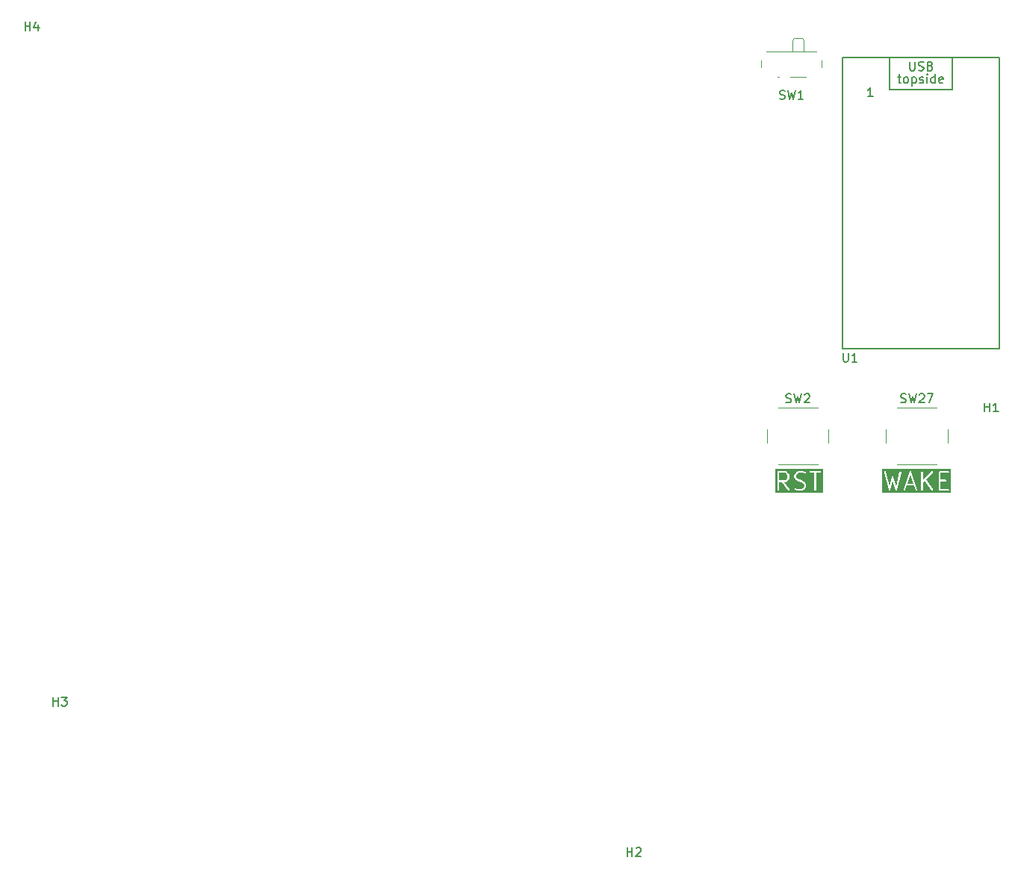
<source format=gbr>
%TF.GenerationSoftware,KiCad,Pcbnew,8.0.8*%
%TF.CreationDate,2025-02-12T11:53:10+01:00*%
%TF.ProjectId,PCB_g,5043425f-672e-46b6-9963-61645f706362,rev?*%
%TF.SameCoordinates,Original*%
%TF.FileFunction,Legend,Top*%
%TF.FilePolarity,Positive*%
%FSLAX46Y46*%
G04 Gerber Fmt 4.6, Leading zero omitted, Abs format (unit mm)*
G04 Created by KiCad (PCBNEW 8.0.8) date 2025-02-12 11:53:10*
%MOMM*%
%LPD*%
G01*
G04 APERTURE LIST*
%ADD10C,0.200000*%
%ADD11C,0.150000*%
%ADD12C,0.120000*%
G04 APERTURE END LIST*
D10*
G36*
X207481320Y-90462609D02*
G01*
X206806424Y-90462609D01*
X207143872Y-89450265D01*
X207481320Y-90462609D01*
G37*
G36*
X211749888Y-91456260D02*
G01*
X203964577Y-91456260D01*
X203964577Y-89137777D01*
X204186799Y-89137777D01*
X204189449Y-89157200D01*
X204665639Y-91157200D01*
X204667945Y-91163893D01*
X204668265Y-91166295D01*
X204669522Y-91168466D01*
X204672027Y-91175734D01*
X204680540Y-91187498D01*
X204687815Y-91200063D01*
X204691892Y-91203183D01*
X204694902Y-91207343D01*
X204707264Y-91214950D01*
X204718798Y-91223779D01*
X204723761Y-91225102D01*
X204728132Y-91227792D01*
X204742466Y-91230090D01*
X204756499Y-91233832D01*
X204761587Y-91233155D01*
X204766659Y-91233969D01*
X204780787Y-91230604D01*
X204795177Y-91228693D01*
X204799620Y-91226120D01*
X204804616Y-91224931D01*
X204816380Y-91216417D01*
X204828945Y-91209143D01*
X204832065Y-91205065D01*
X204836225Y-91202056D01*
X204843832Y-91189693D01*
X204852661Y-91178160D01*
X204855359Y-91170961D01*
X204856674Y-91168826D01*
X204857057Y-91166432D01*
X204859543Y-91159804D01*
X205143872Y-90093571D01*
X205428201Y-91159804D01*
X205430687Y-91166435D01*
X205431071Y-91168826D01*
X205432384Y-91170960D01*
X205435084Y-91178159D01*
X205443910Y-91189690D01*
X205451520Y-91202056D01*
X205455679Y-91205066D01*
X205458800Y-91209143D01*
X205471362Y-91216415D01*
X205483129Y-91224931D01*
X205488127Y-91226121D01*
X205492568Y-91228692D01*
X205506951Y-91230603D01*
X205521086Y-91233969D01*
X205526157Y-91233155D01*
X205531246Y-91233832D01*
X205545273Y-91230090D01*
X205559613Y-91227792D01*
X205563986Y-91225100D01*
X205568946Y-91223778D01*
X205580470Y-91214956D01*
X205592843Y-91207343D01*
X205595854Y-91203181D01*
X205599930Y-91200062D01*
X205607200Y-91187503D01*
X205615718Y-91175734D01*
X205618224Y-91168462D01*
X205619479Y-91166295D01*
X205619797Y-91163897D01*
X205622106Y-91157200D01*
X205630599Y-91121531D01*
X206377991Y-91121531D01*
X206380757Y-91160451D01*
X206398207Y-91195350D01*
X206427683Y-91220915D01*
X206464699Y-91233253D01*
X206503619Y-91230487D01*
X206538518Y-91213037D01*
X206564083Y-91183561D01*
X206572074Y-91165661D01*
X206739758Y-90662609D01*
X207547987Y-90662609D01*
X207715671Y-91165661D01*
X207723662Y-91183561D01*
X207749227Y-91213037D01*
X207784126Y-91230487D01*
X207823046Y-91233253D01*
X207860062Y-91220914D01*
X207889538Y-91195349D01*
X207906988Y-91160450D01*
X207909754Y-91121530D01*
X207905407Y-91102415D01*
X207249281Y-89134038D01*
X208377206Y-89134038D01*
X208377206Y-91134038D01*
X208379127Y-91153547D01*
X208394059Y-91189595D01*
X208421649Y-91217185D01*
X208457697Y-91232117D01*
X208496715Y-91232117D01*
X208532763Y-91217185D01*
X208560353Y-91189595D01*
X208575285Y-91153547D01*
X208577206Y-91134038D01*
X208577206Y-90318317D01*
X208752101Y-90143421D01*
X209540063Y-91194038D01*
X209553305Y-91208492D01*
X209586879Y-91228372D01*
X209625505Y-91233890D01*
X209663303Y-91224206D01*
X209694517Y-91200796D01*
X209714397Y-91167221D01*
X209719915Y-91128595D01*
X209710231Y-91090798D01*
X209700063Y-91074038D01*
X208894958Y-90000564D01*
X209690774Y-89204749D01*
X209703210Y-89189595D01*
X209718142Y-89153547D01*
X209718142Y-89134038D01*
X210377206Y-89134038D01*
X210377206Y-91134038D01*
X210379127Y-91153547D01*
X210394059Y-91189595D01*
X210421649Y-91217185D01*
X210457697Y-91232117D01*
X210477206Y-91234038D01*
X211429587Y-91234038D01*
X211449096Y-91232117D01*
X211485144Y-91217185D01*
X211512734Y-91189595D01*
X211527666Y-91153547D01*
X211527666Y-91114529D01*
X211512734Y-91078481D01*
X211485144Y-91050891D01*
X211449096Y-91035959D01*
X211429587Y-91034038D01*
X210577206Y-91034038D01*
X210577206Y-90186419D01*
X211143873Y-90186419D01*
X211163382Y-90184498D01*
X211199430Y-90169566D01*
X211227020Y-90141976D01*
X211241952Y-90105928D01*
X211241952Y-90066910D01*
X211227020Y-90030862D01*
X211199430Y-90003272D01*
X211163382Y-89988340D01*
X211143873Y-89986419D01*
X210577206Y-89986419D01*
X210577206Y-89234038D01*
X211429587Y-89234038D01*
X211449096Y-89232117D01*
X211485144Y-89217185D01*
X211512734Y-89189595D01*
X211527666Y-89153547D01*
X211527666Y-89114529D01*
X211512734Y-89078481D01*
X211485144Y-89050891D01*
X211449096Y-89035959D01*
X211429587Y-89034038D01*
X210477206Y-89034038D01*
X210457697Y-89035959D01*
X210421649Y-89050891D01*
X210394059Y-89078481D01*
X210379127Y-89114529D01*
X210377206Y-89134038D01*
X209718142Y-89134038D01*
X209718142Y-89114529D01*
X209703210Y-89078481D01*
X209675620Y-89050891D01*
X209639572Y-89035959D01*
X209600554Y-89035959D01*
X209564506Y-89050891D01*
X209549352Y-89063327D01*
X208577206Y-90035473D01*
X208577206Y-89134038D01*
X208575285Y-89114529D01*
X208560353Y-89078481D01*
X208532763Y-89050891D01*
X208496715Y-89035959D01*
X208457697Y-89035959D01*
X208421649Y-89050891D01*
X208394059Y-89078481D01*
X208379127Y-89114529D01*
X208377206Y-89134038D01*
X207249281Y-89134038D01*
X207238740Y-89102415D01*
X207230749Y-89084515D01*
X207226065Y-89079115D01*
X207222871Y-89072726D01*
X207213396Y-89064508D01*
X207205183Y-89055039D01*
X207198795Y-89051845D01*
X207193395Y-89047161D01*
X207181496Y-89043195D01*
X207170285Y-89037589D01*
X207163157Y-89037082D01*
X207156379Y-89034823D01*
X207143872Y-89035711D01*
X207131365Y-89034823D01*
X207124586Y-89037082D01*
X207117459Y-89037589D01*
X207106247Y-89043195D01*
X207094349Y-89047161D01*
X207088948Y-89051844D01*
X207082561Y-89055039D01*
X207074345Y-89064511D01*
X207064873Y-89072727D01*
X207061678Y-89079114D01*
X207056995Y-89084515D01*
X207049004Y-89102415D01*
X206382338Y-91102415D01*
X206377991Y-91121531D01*
X205630599Y-91121531D01*
X206098297Y-89157200D01*
X206100947Y-89137777D01*
X206094770Y-89099250D01*
X206074321Y-89066020D01*
X206042712Y-89043145D01*
X206004755Y-89034107D01*
X205966228Y-89040284D01*
X205932998Y-89060733D01*
X205910123Y-89092342D01*
X205903735Y-89110876D01*
X205519336Y-90725349D01*
X205240497Y-89679700D01*
X205238783Y-89675129D01*
X205238528Y-89673208D01*
X205237207Y-89670926D01*
X205233614Y-89661344D01*
X205225589Y-89650861D01*
X205218978Y-89639441D01*
X205213834Y-89635504D01*
X205209898Y-89630361D01*
X205198480Y-89623751D01*
X205187995Y-89615725D01*
X205181730Y-89614054D01*
X205176130Y-89610812D01*
X205163057Y-89609074D01*
X205150294Y-89605671D01*
X205143869Y-89606524D01*
X205137452Y-89605672D01*
X205124700Y-89609072D01*
X205111616Y-89610811D01*
X205106012Y-89614055D01*
X205099751Y-89615725D01*
X205089265Y-89623751D01*
X205077849Y-89630361D01*
X205073913Y-89635502D01*
X205068768Y-89639441D01*
X205062155Y-89650863D01*
X205054133Y-89661344D01*
X205050538Y-89670930D01*
X205049219Y-89673209D01*
X205048963Y-89675128D01*
X205047250Y-89679699D01*
X204768409Y-90725350D01*
X204384011Y-89110876D01*
X204377623Y-89092342D01*
X204354748Y-89060733D01*
X204321518Y-89040284D01*
X204282991Y-89034107D01*
X204245034Y-89043145D01*
X204213425Y-89066020D01*
X204192976Y-89099250D01*
X204186799Y-89137777D01*
X203964577Y-89137777D01*
X203964577Y-88811816D01*
X211749888Y-88811816D01*
X211749888Y-91456260D01*
G37*
G36*
X193067926Y-89311461D02*
G01*
X193140215Y-89383750D01*
X193217639Y-89538597D01*
X193217639Y-89777096D01*
X193140215Y-89931943D01*
X193067927Y-90004233D01*
X192913080Y-90081657D01*
X192274782Y-90081657D01*
X192274782Y-89234038D01*
X192913080Y-89234038D01*
X193067926Y-89311461D01*
G37*
G36*
X197256988Y-91456260D02*
G01*
X191852560Y-91456260D01*
X191852560Y-89134038D01*
X192074782Y-89134038D01*
X192074782Y-91134038D01*
X192076703Y-91153547D01*
X192091635Y-91189595D01*
X192119225Y-91217185D01*
X192155273Y-91232117D01*
X192194291Y-91232117D01*
X192230339Y-91217185D01*
X192257929Y-91189595D01*
X192272861Y-91153547D01*
X192274782Y-91134038D01*
X192274782Y-90281657D01*
X192598907Y-90281657D01*
X193235716Y-91191384D01*
X193248477Y-91206265D01*
X193281382Y-91227233D01*
X193319806Y-91234014D01*
X193357901Y-91225575D01*
X193389866Y-91203199D01*
X193410835Y-91170295D01*
X193417615Y-91131870D01*
X193409176Y-91093775D01*
X193399562Y-91076691D01*
X192843037Y-90281657D01*
X192936687Y-90281657D01*
X192956196Y-90279736D01*
X192959516Y-90278360D01*
X192963100Y-90278106D01*
X192981408Y-90271100D01*
X193171885Y-90175862D01*
X193180282Y-90170576D01*
X193182721Y-90169566D01*
X193185465Y-90167313D01*
X193188475Y-90165419D01*
X193190207Y-90163421D01*
X193197874Y-90157129D01*
X193293112Y-90061890D01*
X193299404Y-90054223D01*
X193301401Y-90052492D01*
X193303294Y-90049484D01*
X193305549Y-90046737D01*
X193306560Y-90044295D01*
X193311844Y-90035901D01*
X193407082Y-89845425D01*
X193414088Y-89827117D01*
X193414342Y-89823533D01*
X193415718Y-89820213D01*
X193417639Y-89800704D01*
X193417639Y-89514990D01*
X193979544Y-89514990D01*
X193979544Y-89705466D01*
X193981465Y-89724975D01*
X193982840Y-89728295D01*
X193983095Y-89731879D01*
X193990101Y-89750187D01*
X194085339Y-89940664D01*
X194090625Y-89949062D01*
X194091635Y-89951499D01*
X194093886Y-89954242D01*
X194095782Y-89957254D01*
X194097779Y-89958986D01*
X194104071Y-89966653D01*
X194199309Y-90061891D01*
X194206975Y-90068182D01*
X194208708Y-90070180D01*
X194211719Y-90072075D01*
X194214463Y-90074327D01*
X194216899Y-90075336D01*
X194225298Y-90080623D01*
X194415774Y-90175861D01*
X194417199Y-90176406D01*
X194417782Y-90176838D01*
X194425975Y-90179765D01*
X194434083Y-90182868D01*
X194434803Y-90182919D01*
X194436242Y-90183433D01*
X194806545Y-90276008D01*
X194972688Y-90359080D01*
X195044977Y-90431369D01*
X195122401Y-90586216D01*
X195122401Y-90729477D01*
X195044977Y-90884324D01*
X194972689Y-90956614D01*
X194817842Y-91034038D01*
X194381485Y-91034038D01*
X194111167Y-90943932D01*
X194092051Y-90939585D01*
X194053131Y-90942351D01*
X194018232Y-90959801D01*
X193992667Y-90989277D01*
X193980329Y-91026293D01*
X193983095Y-91065213D01*
X194000545Y-91100112D01*
X194030021Y-91125677D01*
X194047921Y-91133668D01*
X194333635Y-91228906D01*
X194343306Y-91231105D01*
X194345749Y-91232117D01*
X194349287Y-91232465D01*
X194352751Y-91233253D01*
X194355384Y-91233065D01*
X194365258Y-91234038D01*
X194841449Y-91234038D01*
X194860958Y-91232117D01*
X194864278Y-91230741D01*
X194867862Y-91230487D01*
X194886170Y-91223481D01*
X195076647Y-91128243D01*
X195085044Y-91122957D01*
X195087483Y-91121947D01*
X195090227Y-91119694D01*
X195093237Y-91117800D01*
X195094969Y-91115802D01*
X195102636Y-91109510D01*
X195197874Y-91014271D01*
X195204166Y-91006604D01*
X195206163Y-91004873D01*
X195208056Y-91001865D01*
X195210311Y-90999118D01*
X195211322Y-90996676D01*
X195216606Y-90988282D01*
X195311844Y-90797806D01*
X195318850Y-90779498D01*
X195319104Y-90775914D01*
X195320480Y-90772594D01*
X195322401Y-90753085D01*
X195322401Y-90562609D01*
X195320480Y-90543100D01*
X195319104Y-90539779D01*
X195318850Y-90536196D01*
X195311844Y-90517888D01*
X195216606Y-90327412D01*
X195211319Y-90319013D01*
X195210310Y-90316576D01*
X195208058Y-90313832D01*
X195206163Y-90310821D01*
X195204165Y-90309088D01*
X195197874Y-90301422D01*
X195102636Y-90206184D01*
X195094969Y-90199892D01*
X195093237Y-90197895D01*
X195090225Y-90195999D01*
X195087482Y-90193748D01*
X195085045Y-90192738D01*
X195076647Y-90187452D01*
X194886170Y-90092214D01*
X194884743Y-90091668D01*
X194884163Y-90091238D01*
X194875986Y-90088316D01*
X194867862Y-90085208D01*
X194867139Y-90085156D01*
X194865702Y-90084643D01*
X194495402Y-89992068D01*
X194329256Y-89908994D01*
X194256967Y-89836705D01*
X194179544Y-89681859D01*
X194179544Y-89538597D01*
X194256967Y-89383751D01*
X194329256Y-89311461D01*
X194484104Y-89234038D01*
X194920460Y-89234038D01*
X195190778Y-89324144D01*
X195209894Y-89328491D01*
X195248814Y-89325725D01*
X195283713Y-89308275D01*
X195309278Y-89278799D01*
X195321616Y-89241783D01*
X195318850Y-89202863D01*
X195301400Y-89167964D01*
X195271924Y-89142399D01*
X195254024Y-89134408D01*
X195194387Y-89114529D01*
X195695751Y-89114529D01*
X195695751Y-89153547D01*
X195710683Y-89189595D01*
X195738273Y-89217185D01*
X195774321Y-89232117D01*
X195793830Y-89234038D01*
X196265258Y-89234038D01*
X196265258Y-91134038D01*
X196267179Y-91153547D01*
X196282111Y-91189595D01*
X196309701Y-91217185D01*
X196345749Y-91232117D01*
X196384767Y-91232117D01*
X196420815Y-91217185D01*
X196448405Y-91189595D01*
X196463337Y-91153547D01*
X196465258Y-91134038D01*
X196465258Y-89234038D01*
X196936687Y-89234038D01*
X196956196Y-89232117D01*
X196992244Y-89217185D01*
X197019834Y-89189595D01*
X197034766Y-89153547D01*
X197034766Y-89114529D01*
X197019834Y-89078481D01*
X196992244Y-89050891D01*
X196956196Y-89035959D01*
X196936687Y-89034038D01*
X195793830Y-89034038D01*
X195774321Y-89035959D01*
X195738273Y-89050891D01*
X195710683Y-89078481D01*
X195695751Y-89114529D01*
X195194387Y-89114529D01*
X194968310Y-89039170D01*
X194958638Y-89036970D01*
X194956196Y-89035959D01*
X194952657Y-89035610D01*
X194949194Y-89034823D01*
X194946560Y-89035010D01*
X194936687Y-89034038D01*
X194460496Y-89034038D01*
X194440987Y-89035959D01*
X194437666Y-89037334D01*
X194434083Y-89037589D01*
X194415775Y-89044595D01*
X194225299Y-89139833D01*
X194216900Y-89145119D01*
X194214463Y-89146129D01*
X194211719Y-89148380D01*
X194208708Y-89150276D01*
X194206975Y-89152273D01*
X194199309Y-89158565D01*
X194104071Y-89253803D01*
X194097779Y-89261469D01*
X194095782Y-89263202D01*
X194093886Y-89266213D01*
X194091635Y-89268957D01*
X194090625Y-89271393D01*
X194085339Y-89279792D01*
X193990101Y-89470269D01*
X193983095Y-89488577D01*
X193982840Y-89492160D01*
X193981465Y-89495481D01*
X193979544Y-89514990D01*
X193417639Y-89514990D01*
X193415718Y-89495481D01*
X193414342Y-89492160D01*
X193414088Y-89488577D01*
X193407082Y-89470269D01*
X193311844Y-89279793D01*
X193306557Y-89271394D01*
X193305548Y-89268957D01*
X193303296Y-89266213D01*
X193301401Y-89263202D01*
X193299403Y-89261469D01*
X193293112Y-89253803D01*
X193197874Y-89158565D01*
X193190207Y-89152273D01*
X193188475Y-89150276D01*
X193185463Y-89148380D01*
X193182720Y-89146129D01*
X193180283Y-89145119D01*
X193171885Y-89139833D01*
X192981408Y-89044595D01*
X192963100Y-89037589D01*
X192959516Y-89037334D01*
X192956196Y-89035959D01*
X192936687Y-89034038D01*
X192174782Y-89034038D01*
X192155273Y-89035959D01*
X192119225Y-89050891D01*
X192091635Y-89078481D01*
X192076703Y-89114529D01*
X192074782Y-89134038D01*
X191852560Y-89134038D01*
X191852560Y-88811816D01*
X197256988Y-88811816D01*
X197256988Y-91456260D01*
G37*
D11*
X199527579Y-75638819D02*
X199527579Y-76448342D01*
X199527579Y-76448342D02*
X199575198Y-76543580D01*
X199575198Y-76543580D02*
X199622817Y-76591200D01*
X199622817Y-76591200D02*
X199718055Y-76638819D01*
X199718055Y-76638819D02*
X199908531Y-76638819D01*
X199908531Y-76638819D02*
X200003769Y-76591200D01*
X200003769Y-76591200D02*
X200051388Y-76543580D01*
X200051388Y-76543580D02*
X200099007Y-76448342D01*
X200099007Y-76448342D02*
X200099007Y-75638819D01*
X201099007Y-76638819D02*
X200527579Y-76638819D01*
X200813293Y-76638819D02*
X200813293Y-75638819D01*
X200813293Y-75638819D02*
X200718055Y-75781676D01*
X200718055Y-75781676D02*
X200622817Y-75876914D01*
X200622817Y-75876914D02*
X200527579Y-75924533D01*
X202901514Y-46531319D02*
X202330086Y-46531319D01*
X202615800Y-46531319D02*
X202615800Y-45531319D01*
X202615800Y-45531319D02*
X202520562Y-45674176D01*
X202520562Y-45674176D02*
X202425324Y-45769414D01*
X202425324Y-45769414D02*
X202330086Y-45817033D01*
X205711752Y-44347152D02*
X206092704Y-44347152D01*
X205854609Y-44013819D02*
X205854609Y-44870961D01*
X205854609Y-44870961D02*
X205902228Y-44966200D01*
X205902228Y-44966200D02*
X205997466Y-45013819D01*
X205997466Y-45013819D02*
X206092704Y-45013819D01*
X206568895Y-45013819D02*
X206473657Y-44966200D01*
X206473657Y-44966200D02*
X206426038Y-44918580D01*
X206426038Y-44918580D02*
X206378419Y-44823342D01*
X206378419Y-44823342D02*
X206378419Y-44537628D01*
X206378419Y-44537628D02*
X206426038Y-44442390D01*
X206426038Y-44442390D02*
X206473657Y-44394771D01*
X206473657Y-44394771D02*
X206568895Y-44347152D01*
X206568895Y-44347152D02*
X206711752Y-44347152D01*
X206711752Y-44347152D02*
X206806990Y-44394771D01*
X206806990Y-44394771D02*
X206854609Y-44442390D01*
X206854609Y-44442390D02*
X206902228Y-44537628D01*
X206902228Y-44537628D02*
X206902228Y-44823342D01*
X206902228Y-44823342D02*
X206854609Y-44918580D01*
X206854609Y-44918580D02*
X206806990Y-44966200D01*
X206806990Y-44966200D02*
X206711752Y-45013819D01*
X206711752Y-45013819D02*
X206568895Y-45013819D01*
X207330800Y-44347152D02*
X207330800Y-45347152D01*
X207330800Y-44394771D02*
X207426038Y-44347152D01*
X207426038Y-44347152D02*
X207616514Y-44347152D01*
X207616514Y-44347152D02*
X207711752Y-44394771D01*
X207711752Y-44394771D02*
X207759371Y-44442390D01*
X207759371Y-44442390D02*
X207806990Y-44537628D01*
X207806990Y-44537628D02*
X207806990Y-44823342D01*
X207806990Y-44823342D02*
X207759371Y-44918580D01*
X207759371Y-44918580D02*
X207711752Y-44966200D01*
X207711752Y-44966200D02*
X207616514Y-45013819D01*
X207616514Y-45013819D02*
X207426038Y-45013819D01*
X207426038Y-45013819D02*
X207330800Y-44966200D01*
X208187943Y-44966200D02*
X208283181Y-45013819D01*
X208283181Y-45013819D02*
X208473657Y-45013819D01*
X208473657Y-45013819D02*
X208568895Y-44966200D01*
X208568895Y-44966200D02*
X208616514Y-44870961D01*
X208616514Y-44870961D02*
X208616514Y-44823342D01*
X208616514Y-44823342D02*
X208568895Y-44728104D01*
X208568895Y-44728104D02*
X208473657Y-44680485D01*
X208473657Y-44680485D02*
X208330800Y-44680485D01*
X208330800Y-44680485D02*
X208235562Y-44632866D01*
X208235562Y-44632866D02*
X208187943Y-44537628D01*
X208187943Y-44537628D02*
X208187943Y-44490009D01*
X208187943Y-44490009D02*
X208235562Y-44394771D01*
X208235562Y-44394771D02*
X208330800Y-44347152D01*
X208330800Y-44347152D02*
X208473657Y-44347152D01*
X208473657Y-44347152D02*
X208568895Y-44394771D01*
X209045086Y-45013819D02*
X209045086Y-44347152D01*
X209045086Y-44013819D02*
X208997467Y-44061438D01*
X208997467Y-44061438D02*
X209045086Y-44109057D01*
X209045086Y-44109057D02*
X209092705Y-44061438D01*
X209092705Y-44061438D02*
X209045086Y-44013819D01*
X209045086Y-44013819D02*
X209045086Y-44109057D01*
X209949847Y-45013819D02*
X209949847Y-44013819D01*
X209949847Y-44966200D02*
X209854609Y-45013819D01*
X209854609Y-45013819D02*
X209664133Y-45013819D01*
X209664133Y-45013819D02*
X209568895Y-44966200D01*
X209568895Y-44966200D02*
X209521276Y-44918580D01*
X209521276Y-44918580D02*
X209473657Y-44823342D01*
X209473657Y-44823342D02*
X209473657Y-44537628D01*
X209473657Y-44537628D02*
X209521276Y-44442390D01*
X209521276Y-44442390D02*
X209568895Y-44394771D01*
X209568895Y-44394771D02*
X209664133Y-44347152D01*
X209664133Y-44347152D02*
X209854609Y-44347152D01*
X209854609Y-44347152D02*
X209949847Y-44394771D01*
X210806990Y-44966200D02*
X210711752Y-45013819D01*
X210711752Y-45013819D02*
X210521276Y-45013819D01*
X210521276Y-45013819D02*
X210426038Y-44966200D01*
X210426038Y-44966200D02*
X210378419Y-44870961D01*
X210378419Y-44870961D02*
X210378419Y-44490009D01*
X210378419Y-44490009D02*
X210426038Y-44394771D01*
X210426038Y-44394771D02*
X210521276Y-44347152D01*
X210521276Y-44347152D02*
X210711752Y-44347152D01*
X210711752Y-44347152D02*
X210806990Y-44394771D01*
X210806990Y-44394771D02*
X210854609Y-44490009D01*
X210854609Y-44490009D02*
X210854609Y-44585247D01*
X210854609Y-44585247D02*
X210378419Y-44680485D01*
X207068895Y-42613819D02*
X207068895Y-43423342D01*
X207068895Y-43423342D02*
X207116514Y-43518580D01*
X207116514Y-43518580D02*
X207164133Y-43566200D01*
X207164133Y-43566200D02*
X207259371Y-43613819D01*
X207259371Y-43613819D02*
X207449847Y-43613819D01*
X207449847Y-43613819D02*
X207545085Y-43566200D01*
X207545085Y-43566200D02*
X207592704Y-43518580D01*
X207592704Y-43518580D02*
X207640323Y-43423342D01*
X207640323Y-43423342D02*
X207640323Y-42613819D01*
X208068895Y-43566200D02*
X208211752Y-43613819D01*
X208211752Y-43613819D02*
X208449847Y-43613819D01*
X208449847Y-43613819D02*
X208545085Y-43566200D01*
X208545085Y-43566200D02*
X208592704Y-43518580D01*
X208592704Y-43518580D02*
X208640323Y-43423342D01*
X208640323Y-43423342D02*
X208640323Y-43328104D01*
X208640323Y-43328104D02*
X208592704Y-43232866D01*
X208592704Y-43232866D02*
X208545085Y-43185247D01*
X208545085Y-43185247D02*
X208449847Y-43137628D01*
X208449847Y-43137628D02*
X208259371Y-43090009D01*
X208259371Y-43090009D02*
X208164133Y-43042390D01*
X208164133Y-43042390D02*
X208116514Y-42994771D01*
X208116514Y-42994771D02*
X208068895Y-42899533D01*
X208068895Y-42899533D02*
X208068895Y-42804295D01*
X208068895Y-42804295D02*
X208116514Y-42709057D01*
X208116514Y-42709057D02*
X208164133Y-42661438D01*
X208164133Y-42661438D02*
X208259371Y-42613819D01*
X208259371Y-42613819D02*
X208497466Y-42613819D01*
X208497466Y-42613819D02*
X208640323Y-42661438D01*
X209402228Y-43090009D02*
X209545085Y-43137628D01*
X209545085Y-43137628D02*
X209592704Y-43185247D01*
X209592704Y-43185247D02*
X209640323Y-43280485D01*
X209640323Y-43280485D02*
X209640323Y-43423342D01*
X209640323Y-43423342D02*
X209592704Y-43518580D01*
X209592704Y-43518580D02*
X209545085Y-43566200D01*
X209545085Y-43566200D02*
X209449847Y-43613819D01*
X209449847Y-43613819D02*
X209068895Y-43613819D01*
X209068895Y-43613819D02*
X209068895Y-42613819D01*
X209068895Y-42613819D02*
X209402228Y-42613819D01*
X209402228Y-42613819D02*
X209497466Y-42661438D01*
X209497466Y-42661438D02*
X209545085Y-42709057D01*
X209545085Y-42709057D02*
X209592704Y-42804295D01*
X209592704Y-42804295D02*
X209592704Y-42899533D01*
X209592704Y-42899533D02*
X209545085Y-42994771D01*
X209545085Y-42994771D02*
X209497466Y-43042390D01*
X209497466Y-43042390D02*
X209402228Y-43090009D01*
X209402228Y-43090009D02*
X209068895Y-43090009D01*
X206064676Y-81214200D02*
X206207533Y-81261819D01*
X206207533Y-81261819D02*
X206445628Y-81261819D01*
X206445628Y-81261819D02*
X206540866Y-81214200D01*
X206540866Y-81214200D02*
X206588485Y-81166580D01*
X206588485Y-81166580D02*
X206636104Y-81071342D01*
X206636104Y-81071342D02*
X206636104Y-80976104D01*
X206636104Y-80976104D02*
X206588485Y-80880866D01*
X206588485Y-80880866D02*
X206540866Y-80833247D01*
X206540866Y-80833247D02*
X206445628Y-80785628D01*
X206445628Y-80785628D02*
X206255152Y-80738009D01*
X206255152Y-80738009D02*
X206159914Y-80690390D01*
X206159914Y-80690390D02*
X206112295Y-80642771D01*
X206112295Y-80642771D02*
X206064676Y-80547533D01*
X206064676Y-80547533D02*
X206064676Y-80452295D01*
X206064676Y-80452295D02*
X206112295Y-80357057D01*
X206112295Y-80357057D02*
X206159914Y-80309438D01*
X206159914Y-80309438D02*
X206255152Y-80261819D01*
X206255152Y-80261819D02*
X206493247Y-80261819D01*
X206493247Y-80261819D02*
X206636104Y-80309438D01*
X206969438Y-80261819D02*
X207207533Y-81261819D01*
X207207533Y-81261819D02*
X207398009Y-80547533D01*
X207398009Y-80547533D02*
X207588485Y-81261819D01*
X207588485Y-81261819D02*
X207826581Y-80261819D01*
X208159914Y-80357057D02*
X208207533Y-80309438D01*
X208207533Y-80309438D02*
X208302771Y-80261819D01*
X208302771Y-80261819D02*
X208540866Y-80261819D01*
X208540866Y-80261819D02*
X208636104Y-80309438D01*
X208636104Y-80309438D02*
X208683723Y-80357057D01*
X208683723Y-80357057D02*
X208731342Y-80452295D01*
X208731342Y-80452295D02*
X208731342Y-80547533D01*
X208731342Y-80547533D02*
X208683723Y-80690390D01*
X208683723Y-80690390D02*
X208112295Y-81261819D01*
X208112295Y-81261819D02*
X208731342Y-81261819D01*
X209064676Y-80261819D02*
X209731342Y-80261819D01*
X209731342Y-80261819D02*
X209302771Y-81261819D01*
X193047967Y-81214200D02*
X193190824Y-81261819D01*
X193190824Y-81261819D02*
X193428919Y-81261819D01*
X193428919Y-81261819D02*
X193524157Y-81214200D01*
X193524157Y-81214200D02*
X193571776Y-81166580D01*
X193571776Y-81166580D02*
X193619395Y-81071342D01*
X193619395Y-81071342D02*
X193619395Y-80976104D01*
X193619395Y-80976104D02*
X193571776Y-80880866D01*
X193571776Y-80880866D02*
X193524157Y-80833247D01*
X193524157Y-80833247D02*
X193428919Y-80785628D01*
X193428919Y-80785628D02*
X193238443Y-80738009D01*
X193238443Y-80738009D02*
X193143205Y-80690390D01*
X193143205Y-80690390D02*
X193095586Y-80642771D01*
X193095586Y-80642771D02*
X193047967Y-80547533D01*
X193047967Y-80547533D02*
X193047967Y-80452295D01*
X193047967Y-80452295D02*
X193095586Y-80357057D01*
X193095586Y-80357057D02*
X193143205Y-80309438D01*
X193143205Y-80309438D02*
X193238443Y-80261819D01*
X193238443Y-80261819D02*
X193476538Y-80261819D01*
X193476538Y-80261819D02*
X193619395Y-80309438D01*
X193952729Y-80261819D02*
X194190824Y-81261819D01*
X194190824Y-81261819D02*
X194381300Y-80547533D01*
X194381300Y-80547533D02*
X194571776Y-81261819D01*
X194571776Y-81261819D02*
X194809872Y-80261819D01*
X195143205Y-80357057D02*
X195190824Y-80309438D01*
X195190824Y-80309438D02*
X195286062Y-80261819D01*
X195286062Y-80261819D02*
X195524157Y-80261819D01*
X195524157Y-80261819D02*
X195619395Y-80309438D01*
X195619395Y-80309438D02*
X195667014Y-80357057D01*
X195667014Y-80357057D02*
X195714633Y-80452295D01*
X195714633Y-80452295D02*
X195714633Y-80547533D01*
X195714633Y-80547533D02*
X195667014Y-80690390D01*
X195667014Y-80690390D02*
X195095586Y-81261819D01*
X195095586Y-81261819D02*
X195714633Y-81261819D01*
X192329467Y-46797000D02*
X192472324Y-46844619D01*
X192472324Y-46844619D02*
X192710419Y-46844619D01*
X192710419Y-46844619D02*
X192805657Y-46797000D01*
X192805657Y-46797000D02*
X192853276Y-46749380D01*
X192853276Y-46749380D02*
X192900895Y-46654142D01*
X192900895Y-46654142D02*
X192900895Y-46558904D01*
X192900895Y-46558904D02*
X192853276Y-46463666D01*
X192853276Y-46463666D02*
X192805657Y-46416047D01*
X192805657Y-46416047D02*
X192710419Y-46368428D01*
X192710419Y-46368428D02*
X192519943Y-46320809D01*
X192519943Y-46320809D02*
X192424705Y-46273190D01*
X192424705Y-46273190D02*
X192377086Y-46225571D01*
X192377086Y-46225571D02*
X192329467Y-46130333D01*
X192329467Y-46130333D02*
X192329467Y-46035095D01*
X192329467Y-46035095D02*
X192377086Y-45939857D01*
X192377086Y-45939857D02*
X192424705Y-45892238D01*
X192424705Y-45892238D02*
X192519943Y-45844619D01*
X192519943Y-45844619D02*
X192758038Y-45844619D01*
X192758038Y-45844619D02*
X192900895Y-45892238D01*
X193234229Y-45844619D02*
X193472324Y-46844619D01*
X193472324Y-46844619D02*
X193662800Y-46130333D01*
X193662800Y-46130333D02*
X193853276Y-46844619D01*
X193853276Y-46844619D02*
X194091372Y-45844619D01*
X194996133Y-46844619D02*
X194424705Y-46844619D01*
X194710419Y-46844619D02*
X194710419Y-45844619D01*
X194710419Y-45844619D02*
X194615181Y-45987476D01*
X194615181Y-45987476D02*
X194519943Y-46082714D01*
X194519943Y-46082714D02*
X194424705Y-46130333D01*
X106784445Y-39067769D02*
X106784445Y-38067769D01*
X106784445Y-38543959D02*
X107355873Y-38543959D01*
X107355873Y-39067769D02*
X107355873Y-38067769D01*
X108260635Y-38401102D02*
X108260635Y-39067769D01*
X108022540Y-38020150D02*
X107784445Y-38734435D01*
X107784445Y-38734435D02*
X108403492Y-38734435D01*
X109959245Y-115659819D02*
X109959245Y-114659819D01*
X109959245Y-115136009D02*
X110530673Y-115136009D01*
X110530673Y-115659819D02*
X110530673Y-114659819D01*
X110911626Y-114659819D02*
X111530673Y-114659819D01*
X111530673Y-114659819D02*
X111197340Y-115040771D01*
X111197340Y-115040771D02*
X111340197Y-115040771D01*
X111340197Y-115040771D02*
X111435435Y-115088390D01*
X111435435Y-115088390D02*
X111483054Y-115136009D01*
X111483054Y-115136009D02*
X111530673Y-115231247D01*
X111530673Y-115231247D02*
X111530673Y-115469342D01*
X111530673Y-115469342D02*
X111483054Y-115564580D01*
X111483054Y-115564580D02*
X111435435Y-115612200D01*
X111435435Y-115612200D02*
X111340197Y-115659819D01*
X111340197Y-115659819D02*
X111054483Y-115659819D01*
X111054483Y-115659819D02*
X110959245Y-115612200D01*
X110959245Y-115612200D02*
X110911626Y-115564580D01*
X175042645Y-132724369D02*
X175042645Y-131724369D01*
X175042645Y-132200559D02*
X175614073Y-132200559D01*
X175614073Y-132724369D02*
X175614073Y-131724369D01*
X176042645Y-131819607D02*
X176090264Y-131771988D01*
X176090264Y-131771988D02*
X176185502Y-131724369D01*
X176185502Y-131724369D02*
X176423597Y-131724369D01*
X176423597Y-131724369D02*
X176518835Y-131771988D01*
X176518835Y-131771988D02*
X176566454Y-131819607D01*
X176566454Y-131819607D02*
X176614073Y-131914845D01*
X176614073Y-131914845D02*
X176614073Y-132010083D01*
X176614073Y-132010083D02*
X176566454Y-132152940D01*
X176566454Y-132152940D02*
X175995026Y-132724369D01*
X175995026Y-132724369D02*
X176614073Y-132724369D01*
X215544495Y-82293619D02*
X215544495Y-81293619D01*
X215544495Y-81769809D02*
X216115923Y-81769809D01*
X216115923Y-82293619D02*
X216115923Y-81293619D01*
X217115923Y-82293619D02*
X216544495Y-82293619D01*
X216830209Y-82293619D02*
X216830209Y-81293619D01*
X216830209Y-81293619D02*
X216734971Y-81436476D01*
X216734971Y-81436476D02*
X216639733Y-81531714D01*
X216639733Y-81531714D02*
X216544495Y-81579333D01*
%TO.C,U1*%
X204780800Y-45744000D02*
X204780800Y-42164000D01*
X211880800Y-45744000D02*
X204780800Y-45744000D01*
X211880800Y-45744000D02*
X211880800Y-42164000D01*
X199440800Y-42164000D02*
X217220800Y-42164000D01*
X217220800Y-75184000D01*
X199440800Y-75184000D01*
X199440800Y-42164000D01*
D12*
%TO.C,SW27*%
X204374200Y-84307000D02*
X204374200Y-85807000D01*
X205624200Y-88307000D02*
X210124200Y-88307000D01*
X210124200Y-81807000D02*
X205624200Y-81807000D01*
X211374200Y-85807000D02*
X211374200Y-84307000D01*
%TO.C,SW2*%
X190881300Y-84307000D02*
X190881300Y-85807000D01*
X192131300Y-88307000D02*
X196631300Y-88307000D01*
X196631300Y-81807000D02*
X192131300Y-81807000D01*
X197881300Y-85807000D02*
X197881300Y-84307000D01*
%TO.C,SW1*%
X197112800Y-43259800D02*
X197112800Y-42469800D01*
X196512800Y-41459800D02*
X190812800Y-41459800D01*
X195262800Y-44309800D02*
X193562800Y-44309800D01*
X195062800Y-41459800D02*
X195062800Y-40169800D01*
X195062800Y-40169800D02*
X194862800Y-39959800D01*
X194862800Y-39959800D02*
X193962800Y-39959800D01*
X193762800Y-40169800D02*
X193962800Y-39959800D01*
X193762800Y-40169800D02*
X193762800Y-41459800D01*
X192262800Y-44309800D02*
X192062800Y-44309800D01*
X190212800Y-42469800D02*
X190212800Y-43259800D01*
%TD*%
M02*

</source>
